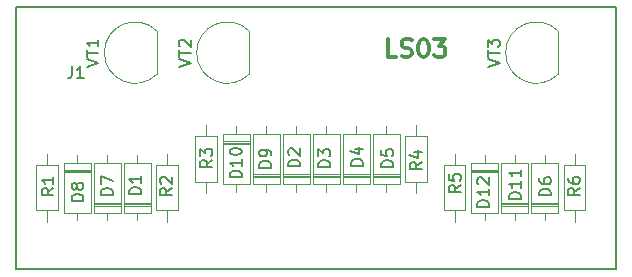
<source format=gbr>
G04 #@! TF.GenerationSoftware,KiCad,Pcbnew,(5.0.0)*
G04 #@! TF.CreationDate,2019-01-17T16:22:04+00:00*
G04 #@! TF.ProjectId,LS03,4C5330332E6B696361645F7063620000,rev?*
G04 #@! TF.SameCoordinates,Original*
G04 #@! TF.FileFunction,Legend,Top*
G04 #@! TF.FilePolarity,Positive*
%FSLAX46Y46*%
G04 Gerber Fmt 4.6, Leading zero omitted, Abs format (unit mm)*
G04 Created by KiCad (PCBNEW (5.0.0)) date 01/17/19 16:22:04*
%MOMM*%
%LPD*%
G01*
G04 APERTURE LIST*
%ADD10C,0.300000*%
%ADD11C,0.120000*%
%ADD12C,0.150000*%
G04 APERTURE END LIST*
D10*
X161770428Y-41064571D02*
X161056142Y-41064571D01*
X161056142Y-39564571D01*
X162199000Y-40993142D02*
X162413285Y-41064571D01*
X162770428Y-41064571D01*
X162913285Y-40993142D01*
X162984714Y-40921714D01*
X163056142Y-40778857D01*
X163056142Y-40636000D01*
X162984714Y-40493142D01*
X162913285Y-40421714D01*
X162770428Y-40350285D01*
X162484714Y-40278857D01*
X162341857Y-40207428D01*
X162270428Y-40136000D01*
X162199000Y-39993142D01*
X162199000Y-39850285D01*
X162270428Y-39707428D01*
X162341857Y-39636000D01*
X162484714Y-39564571D01*
X162841857Y-39564571D01*
X163056142Y-39636000D01*
X163984714Y-39564571D02*
X164127571Y-39564571D01*
X164270428Y-39636000D01*
X164341857Y-39707428D01*
X164413285Y-39850285D01*
X164484714Y-40136000D01*
X164484714Y-40493142D01*
X164413285Y-40778857D01*
X164341857Y-40921714D01*
X164270428Y-40993142D01*
X164127571Y-41064571D01*
X163984714Y-41064571D01*
X163841857Y-40993142D01*
X163770428Y-40921714D01*
X163699000Y-40778857D01*
X163627571Y-40493142D01*
X163627571Y-40136000D01*
X163699000Y-39850285D01*
X163770428Y-39707428D01*
X163841857Y-39636000D01*
X163984714Y-39564571D01*
X164984714Y-39564571D02*
X165913285Y-39564571D01*
X165413285Y-40136000D01*
X165627571Y-40136000D01*
X165770428Y-40207428D01*
X165841857Y-40278857D01*
X165913285Y-40421714D01*
X165913285Y-40778857D01*
X165841857Y-40921714D01*
X165770428Y-40993142D01*
X165627571Y-41064571D01*
X165199000Y-41064571D01*
X165056142Y-40993142D01*
X164984714Y-40921714D01*
D11*
G04 #@! TO.C,D1*
X138707000Y-54253500D02*
X140947000Y-54253500D01*
X140947000Y-54253500D02*
X140947000Y-50013500D01*
X140947000Y-50013500D02*
X138707000Y-50013500D01*
X138707000Y-50013500D02*
X138707000Y-54253500D01*
X139827000Y-54903500D02*
X139827000Y-54253500D01*
X139827000Y-49363500D02*
X139827000Y-50013500D01*
X138707000Y-53533500D02*
X140947000Y-53533500D01*
X138707000Y-53413500D02*
X140947000Y-53413500D01*
X138707000Y-53653500D02*
X140947000Y-53653500D01*
G04 #@! TO.C,D2*
X152169000Y-51240500D02*
X154409000Y-51240500D01*
X152169000Y-51000500D02*
X154409000Y-51000500D01*
X152169000Y-51120500D02*
X154409000Y-51120500D01*
X153289000Y-46950500D02*
X153289000Y-47600500D01*
X153289000Y-52490500D02*
X153289000Y-51840500D01*
X152169000Y-47600500D02*
X152169000Y-51840500D01*
X154409000Y-47600500D02*
X152169000Y-47600500D01*
X154409000Y-51840500D02*
X154409000Y-47600500D01*
X152169000Y-51840500D02*
X154409000Y-51840500D01*
G04 #@! TO.C,D3*
X154709000Y-51840500D02*
X156949000Y-51840500D01*
X156949000Y-51840500D02*
X156949000Y-47600500D01*
X156949000Y-47600500D02*
X154709000Y-47600500D01*
X154709000Y-47600500D02*
X154709000Y-51840500D01*
X155829000Y-52490500D02*
X155829000Y-51840500D01*
X155829000Y-46950500D02*
X155829000Y-47600500D01*
X154709000Y-51120500D02*
X156949000Y-51120500D01*
X154709000Y-51000500D02*
X156949000Y-51000500D01*
X154709000Y-51240500D02*
X156949000Y-51240500D01*
G04 #@! TO.C,D4*
X157249000Y-51240500D02*
X159489000Y-51240500D01*
X157249000Y-51000500D02*
X159489000Y-51000500D01*
X157249000Y-51120500D02*
X159489000Y-51120500D01*
X158369000Y-46950500D02*
X158369000Y-47600500D01*
X158369000Y-52490500D02*
X158369000Y-51840500D01*
X157249000Y-47600500D02*
X157249000Y-51840500D01*
X159489000Y-47600500D02*
X157249000Y-47600500D01*
X159489000Y-51840500D02*
X159489000Y-47600500D01*
X157249000Y-51840500D02*
X159489000Y-51840500D01*
G04 #@! TO.C,D5*
X159789000Y-51240500D02*
X162029000Y-51240500D01*
X159789000Y-51000500D02*
X162029000Y-51000500D01*
X159789000Y-51120500D02*
X162029000Y-51120500D01*
X160909000Y-46950500D02*
X160909000Y-47600500D01*
X160909000Y-52490500D02*
X160909000Y-51840500D01*
X159789000Y-47600500D02*
X159789000Y-51840500D01*
X162029000Y-47600500D02*
X159789000Y-47600500D01*
X162029000Y-51840500D02*
X162029000Y-47600500D01*
X159789000Y-51840500D02*
X162029000Y-51840500D01*
G04 #@! TO.C,D6*
X173188000Y-54253500D02*
X175428000Y-54253500D01*
X175428000Y-54253500D02*
X175428000Y-50013500D01*
X175428000Y-50013500D02*
X173188000Y-50013500D01*
X173188000Y-50013500D02*
X173188000Y-54253500D01*
X174308000Y-54903500D02*
X174308000Y-54253500D01*
X174308000Y-49363500D02*
X174308000Y-50013500D01*
X173188000Y-53533500D02*
X175428000Y-53533500D01*
X173188000Y-53413500D02*
X175428000Y-53413500D01*
X173188000Y-53653500D02*
X175428000Y-53653500D01*
G04 #@! TO.C,D7*
X136167000Y-54253500D02*
X138407000Y-54253500D01*
X138407000Y-54253500D02*
X138407000Y-50013500D01*
X138407000Y-50013500D02*
X136167000Y-50013500D01*
X136167000Y-50013500D02*
X136167000Y-54253500D01*
X137287000Y-54903500D02*
X137287000Y-54253500D01*
X137287000Y-49363500D02*
X137287000Y-50013500D01*
X136167000Y-53533500D02*
X138407000Y-53533500D01*
X136167000Y-53413500D02*
X138407000Y-53413500D01*
X136167000Y-53653500D02*
X138407000Y-53653500D01*
G04 #@! TO.C,D8*
X135867000Y-50613500D02*
X133627000Y-50613500D01*
X135867000Y-50853500D02*
X133627000Y-50853500D01*
X135867000Y-50733500D02*
X133627000Y-50733500D01*
X134747000Y-54903500D02*
X134747000Y-54253500D01*
X134747000Y-49363500D02*
X134747000Y-50013500D01*
X135867000Y-54253500D02*
X135867000Y-50013500D01*
X133627000Y-54253500D02*
X135867000Y-54253500D01*
X133627000Y-50013500D02*
X133627000Y-54253500D01*
X135867000Y-50013500D02*
X133627000Y-50013500D01*
G04 #@! TO.C,D9*
X149629000Y-51840500D02*
X151869000Y-51840500D01*
X151869000Y-51840500D02*
X151869000Y-47600500D01*
X151869000Y-47600500D02*
X149629000Y-47600500D01*
X149629000Y-47600500D02*
X149629000Y-51840500D01*
X150749000Y-52490500D02*
X150749000Y-51840500D01*
X150749000Y-46950500D02*
X150749000Y-47600500D01*
X149629000Y-51120500D02*
X151869000Y-51120500D01*
X149629000Y-51000500D02*
X151869000Y-51000500D01*
X149629000Y-51240500D02*
X151869000Y-51240500D01*
G04 #@! TO.C,D10*
X149329000Y-48200500D02*
X147089000Y-48200500D01*
X149329000Y-48440500D02*
X147089000Y-48440500D01*
X149329000Y-48320500D02*
X147089000Y-48320500D01*
X148209000Y-52490500D02*
X148209000Y-51840500D01*
X148209000Y-46950500D02*
X148209000Y-47600500D01*
X149329000Y-51840500D02*
X149329000Y-47600500D01*
X147089000Y-51840500D02*
X149329000Y-51840500D01*
X147089000Y-47600500D02*
X147089000Y-51840500D01*
X149329000Y-47600500D02*
X147089000Y-47600500D01*
G04 #@! TO.C,D11*
X170648000Y-53653500D02*
X172888000Y-53653500D01*
X170648000Y-53413500D02*
X172888000Y-53413500D01*
X170648000Y-53533500D02*
X172888000Y-53533500D01*
X171768000Y-49363500D02*
X171768000Y-50013500D01*
X171768000Y-54903500D02*
X171768000Y-54253500D01*
X170648000Y-50013500D02*
X170648000Y-54253500D01*
X172888000Y-50013500D02*
X170648000Y-50013500D01*
X172888000Y-54253500D02*
X172888000Y-50013500D01*
X170648000Y-54253500D02*
X172888000Y-54253500D01*
G04 #@! TO.C,D12*
X170348000Y-50013500D02*
X168108000Y-50013500D01*
X168108000Y-50013500D02*
X168108000Y-54253500D01*
X168108000Y-54253500D02*
X170348000Y-54253500D01*
X170348000Y-54253500D02*
X170348000Y-50013500D01*
X169228000Y-49363500D02*
X169228000Y-50013500D01*
X169228000Y-54903500D02*
X169228000Y-54253500D01*
X170348000Y-50733500D02*
X168108000Y-50733500D01*
X170348000Y-50853500D02*
X168108000Y-50853500D01*
X170348000Y-50613500D02*
X168108000Y-50613500D01*
D12*
G04 #@! TO.C,J1*
X129552000Y-36841500D02*
X180352000Y-36841500D01*
X180352000Y-36841500D02*
X180352000Y-59066500D01*
X180352000Y-59066500D02*
X129552000Y-59066500D01*
X129552000Y-59066500D02*
X129552000Y-36841500D01*
D11*
G04 #@! TO.C,R1*
X133127000Y-50213500D02*
X131287000Y-50213500D01*
X131287000Y-50213500D02*
X131287000Y-54053500D01*
X131287000Y-54053500D02*
X133127000Y-54053500D01*
X133127000Y-54053500D02*
X133127000Y-50213500D01*
X132207000Y-49263500D02*
X132207000Y-50213500D01*
X132207000Y-55003500D02*
X132207000Y-54053500D01*
G04 #@! TO.C,R2*
X142367000Y-49263500D02*
X142367000Y-50213500D01*
X142367000Y-55003500D02*
X142367000Y-54053500D01*
X141447000Y-50213500D02*
X141447000Y-54053500D01*
X143287000Y-50213500D02*
X141447000Y-50213500D01*
X143287000Y-54053500D02*
X143287000Y-50213500D01*
X141447000Y-54053500D02*
X143287000Y-54053500D01*
G04 #@! TO.C,R3*
X146589000Y-47800500D02*
X144749000Y-47800500D01*
X144749000Y-47800500D02*
X144749000Y-51640500D01*
X144749000Y-51640500D02*
X146589000Y-51640500D01*
X146589000Y-51640500D02*
X146589000Y-47800500D01*
X145669000Y-46850500D02*
X145669000Y-47800500D01*
X145669000Y-52590500D02*
X145669000Y-51640500D01*
G04 #@! TO.C,R4*
X163449000Y-46850500D02*
X163449000Y-47800500D01*
X163449000Y-52590500D02*
X163449000Y-51640500D01*
X162529000Y-47800500D02*
X162529000Y-51640500D01*
X164369000Y-47800500D02*
X162529000Y-47800500D01*
X164369000Y-51640500D02*
X164369000Y-47800500D01*
X162529000Y-51640500D02*
X164369000Y-51640500D01*
G04 #@! TO.C,R5*
X166688000Y-55003500D02*
X166688000Y-54053500D01*
X166688000Y-49263500D02*
X166688000Y-50213500D01*
X167608000Y-54053500D02*
X167608000Y-50213500D01*
X165768000Y-54053500D02*
X167608000Y-54053500D01*
X165768000Y-50213500D02*
X165768000Y-54053500D01*
X167608000Y-50213500D02*
X165768000Y-50213500D01*
G04 #@! TO.C,R6*
X175928000Y-54053500D02*
X177768000Y-54053500D01*
X177768000Y-54053500D02*
X177768000Y-50213500D01*
X177768000Y-50213500D02*
X175928000Y-50213500D01*
X175928000Y-50213500D02*
X175928000Y-54053500D01*
X176848000Y-55003500D02*
X176848000Y-54053500D01*
X176848000Y-49263500D02*
X176848000Y-50213500D01*
G04 #@! TO.C,VT1*
X141474478Y-38865022D02*
G75*
G03X137036000Y-40703500I-1838478J-1838478D01*
G01*
X141474478Y-42541978D02*
G75*
G02X137036000Y-40703500I-1838478J1838478D01*
G01*
X141486000Y-42503500D02*
X141486000Y-38903500D01*
G04 #@! TO.C,VT2*
X149285478Y-38865022D02*
G75*
G03X144847000Y-40703500I-1838478J-1838478D01*
G01*
X149285478Y-42541978D02*
G75*
G02X144847000Y-40703500I-1838478J1838478D01*
G01*
X149297000Y-42503500D02*
X149297000Y-38903500D01*
G04 #@! TO.C,VT3*
X175459000Y-42503500D02*
X175459000Y-38903500D01*
X175447478Y-42541978D02*
G75*
G02X171009000Y-40703500I-1838478J1838478D01*
G01*
X175447478Y-38865022D02*
G75*
G03X171009000Y-40703500I-1838478J-1838478D01*
G01*
G04 #@! TO.C,D1*
D12*
X140152380Y-52681095D02*
X139152380Y-52681095D01*
X139152380Y-52443000D01*
X139200000Y-52300142D01*
X139295238Y-52204904D01*
X139390476Y-52157285D01*
X139580952Y-52109666D01*
X139723809Y-52109666D01*
X139914285Y-52157285D01*
X140009523Y-52204904D01*
X140104761Y-52300142D01*
X140152380Y-52443000D01*
X140152380Y-52681095D01*
X140152380Y-51157285D02*
X140152380Y-51728714D01*
X140152380Y-51443000D02*
X139152380Y-51443000D01*
X139295238Y-51538238D01*
X139390476Y-51633476D01*
X139438095Y-51728714D01*
G04 #@! TO.C,D2*
X153614380Y-50331595D02*
X152614380Y-50331595D01*
X152614380Y-50093500D01*
X152662000Y-49950642D01*
X152757238Y-49855404D01*
X152852476Y-49807785D01*
X153042952Y-49760166D01*
X153185809Y-49760166D01*
X153376285Y-49807785D01*
X153471523Y-49855404D01*
X153566761Y-49950642D01*
X153614380Y-50093500D01*
X153614380Y-50331595D01*
X152709619Y-49379214D02*
X152662000Y-49331595D01*
X152614380Y-49236357D01*
X152614380Y-48998261D01*
X152662000Y-48903023D01*
X152709619Y-48855404D01*
X152804857Y-48807785D01*
X152900095Y-48807785D01*
X153042952Y-48855404D01*
X153614380Y-49426833D01*
X153614380Y-48807785D01*
G04 #@! TO.C,D3*
X156154380Y-50395095D02*
X155154380Y-50395095D01*
X155154380Y-50157000D01*
X155202000Y-50014142D01*
X155297238Y-49918904D01*
X155392476Y-49871285D01*
X155582952Y-49823666D01*
X155725809Y-49823666D01*
X155916285Y-49871285D01*
X156011523Y-49918904D01*
X156106761Y-50014142D01*
X156154380Y-50157000D01*
X156154380Y-50395095D01*
X155154380Y-49490333D02*
X155154380Y-48871285D01*
X155535333Y-49204619D01*
X155535333Y-49061761D01*
X155582952Y-48966523D01*
X155630571Y-48918904D01*
X155725809Y-48871285D01*
X155963904Y-48871285D01*
X156059142Y-48918904D01*
X156106761Y-48966523D01*
X156154380Y-49061761D01*
X156154380Y-49347476D01*
X156106761Y-49442714D01*
X156059142Y-49490333D01*
G04 #@! TO.C,D4*
X158915379Y-50263596D02*
X157915379Y-50263596D01*
X157915379Y-50025501D01*
X157962999Y-49882643D01*
X158058237Y-49787405D01*
X158153475Y-49739786D01*
X158343951Y-49692167D01*
X158486808Y-49692167D01*
X158677284Y-49739786D01*
X158772522Y-49787405D01*
X158867760Y-49882643D01*
X158915379Y-50025501D01*
X158915379Y-50263596D01*
X158248713Y-48835024D02*
X158915379Y-48835024D01*
X157867760Y-49073120D02*
X158582046Y-49311215D01*
X158582046Y-48692167D01*
G04 #@! TO.C,D5*
X161488380Y-50395095D02*
X160488380Y-50395095D01*
X160488380Y-50157000D01*
X160536000Y-50014142D01*
X160631238Y-49918904D01*
X160726476Y-49871285D01*
X160916952Y-49823666D01*
X161059809Y-49823666D01*
X161250285Y-49871285D01*
X161345523Y-49918904D01*
X161440761Y-50014142D01*
X161488380Y-50157000D01*
X161488380Y-50395095D01*
X160488380Y-48918904D02*
X160488380Y-49395095D01*
X160964571Y-49442714D01*
X160916952Y-49395095D01*
X160869333Y-49299857D01*
X160869333Y-49061761D01*
X160916952Y-48966523D01*
X160964571Y-48918904D01*
X161059809Y-48871285D01*
X161297904Y-48871285D01*
X161393142Y-48918904D01*
X161440761Y-48966523D01*
X161488380Y-49061761D01*
X161488380Y-49299857D01*
X161440761Y-49395095D01*
X161393142Y-49442714D01*
G04 #@! TO.C,D6*
X174854379Y-52785596D02*
X173854379Y-52785596D01*
X173854379Y-52547501D01*
X173901999Y-52404643D01*
X173997237Y-52309405D01*
X174092475Y-52261786D01*
X174282951Y-52214167D01*
X174425808Y-52214167D01*
X174616284Y-52261786D01*
X174711522Y-52309405D01*
X174806760Y-52404643D01*
X174854379Y-52547501D01*
X174854379Y-52785596D01*
X173854379Y-51357024D02*
X173854379Y-51547501D01*
X173901999Y-51642739D01*
X173949618Y-51690358D01*
X174092475Y-51785596D01*
X174282951Y-51833215D01*
X174663903Y-51833215D01*
X174759141Y-51785596D01*
X174806760Y-51737977D01*
X174854379Y-51642739D01*
X174854379Y-51452262D01*
X174806760Y-51357024D01*
X174759141Y-51309405D01*
X174663903Y-51261786D01*
X174425808Y-51261786D01*
X174330570Y-51309405D01*
X174282951Y-51357024D01*
X174235332Y-51452262D01*
X174235332Y-51642739D01*
X174282951Y-51737977D01*
X174330570Y-51785596D01*
X174425808Y-51833215D01*
G04 #@! TO.C,D7*
X137739380Y-52744595D02*
X136739380Y-52744595D01*
X136739380Y-52506500D01*
X136787000Y-52363642D01*
X136882238Y-52268404D01*
X136977476Y-52220785D01*
X137167952Y-52173166D01*
X137310809Y-52173166D01*
X137501285Y-52220785D01*
X137596523Y-52268404D01*
X137691761Y-52363642D01*
X137739380Y-52506500D01*
X137739380Y-52744595D01*
X136739380Y-51839833D02*
X136739380Y-51173166D01*
X137739380Y-51601738D01*
G04 #@! TO.C,D8*
X135262880Y-53252595D02*
X134262880Y-53252595D01*
X134262880Y-53014500D01*
X134310500Y-52871642D01*
X134405738Y-52776404D01*
X134500976Y-52728785D01*
X134691452Y-52681166D01*
X134834309Y-52681166D01*
X135024785Y-52728785D01*
X135120023Y-52776404D01*
X135215261Y-52871642D01*
X135262880Y-53014500D01*
X135262880Y-53252595D01*
X134691452Y-52109738D02*
X134643833Y-52204976D01*
X134596214Y-52252595D01*
X134500976Y-52300214D01*
X134453357Y-52300214D01*
X134358119Y-52252595D01*
X134310500Y-52204976D01*
X134262880Y-52109738D01*
X134262880Y-51919261D01*
X134310500Y-51824023D01*
X134358119Y-51776404D01*
X134453357Y-51728785D01*
X134500976Y-51728785D01*
X134596214Y-51776404D01*
X134643833Y-51824023D01*
X134691452Y-51919261D01*
X134691452Y-52109738D01*
X134739071Y-52204976D01*
X134786690Y-52252595D01*
X134881928Y-52300214D01*
X135072404Y-52300214D01*
X135167642Y-52252595D01*
X135215261Y-52204976D01*
X135262880Y-52109738D01*
X135262880Y-51919261D01*
X135215261Y-51824023D01*
X135167642Y-51776404D01*
X135072404Y-51728785D01*
X134881928Y-51728785D01*
X134786690Y-51776404D01*
X134739071Y-51824023D01*
X134691452Y-51919261D01*
G04 #@! TO.C,D9*
X151158379Y-50436096D02*
X150158379Y-50436096D01*
X150158379Y-50198001D01*
X150205999Y-50055143D01*
X150301237Y-49959905D01*
X150396475Y-49912286D01*
X150586951Y-49864667D01*
X150729808Y-49864667D01*
X150920284Y-49912286D01*
X151015522Y-49959905D01*
X151110760Y-50055143D01*
X151158379Y-50198001D01*
X151158379Y-50436096D01*
X151158379Y-49388477D02*
X151158379Y-49198001D01*
X151110760Y-49102762D01*
X151063141Y-49055143D01*
X150920284Y-48959905D01*
X150729808Y-48912286D01*
X150348856Y-48912286D01*
X150253618Y-48959905D01*
X150205999Y-49007524D01*
X150158379Y-49102762D01*
X150158379Y-49293239D01*
X150205999Y-49388477D01*
X150253618Y-49436096D01*
X150348856Y-49483715D01*
X150586951Y-49483715D01*
X150682189Y-49436096D01*
X150729808Y-49388477D01*
X150777427Y-49293239D01*
X150777427Y-49102762D01*
X150729808Y-49007524D01*
X150682189Y-48959905D01*
X150586951Y-48912286D01*
G04 #@! TO.C,D10*
X148650881Y-51256784D02*
X147650881Y-51256784D01*
X147650881Y-51018689D01*
X147698501Y-50875832D01*
X147793739Y-50780594D01*
X147888977Y-50732975D01*
X148079453Y-50685356D01*
X148222310Y-50685356D01*
X148412786Y-50732975D01*
X148508024Y-50780594D01*
X148603262Y-50875832D01*
X148650881Y-51018689D01*
X148650881Y-51256784D01*
X148650881Y-49732975D02*
X148650881Y-50304403D01*
X148650881Y-50018689D02*
X147650881Y-50018689D01*
X147793739Y-50113927D01*
X147888977Y-50209165D01*
X147936596Y-50304403D01*
X147650881Y-49113927D02*
X147650881Y-49018689D01*
X147698501Y-48923451D01*
X147746120Y-48875832D01*
X147841358Y-48828213D01*
X148031834Y-48780594D01*
X148269929Y-48780594D01*
X148460405Y-48828213D01*
X148555643Y-48875832D01*
X148603262Y-48923451D01*
X148650881Y-49018689D01*
X148650881Y-49113927D01*
X148603262Y-49209165D01*
X148555643Y-49256784D01*
X148460405Y-49304403D01*
X148269929Y-49352022D01*
X148031834Y-49352022D01*
X147841358Y-49304403D01*
X147746120Y-49256784D01*
X147698501Y-49209165D01*
X147650881Y-49113927D01*
G04 #@! TO.C,D11*
X172294379Y-53080286D02*
X171294379Y-53080286D01*
X171294379Y-52842191D01*
X171341999Y-52699334D01*
X171437237Y-52604096D01*
X171532475Y-52556477D01*
X171722951Y-52508858D01*
X171865808Y-52508858D01*
X172056284Y-52556477D01*
X172151522Y-52604096D01*
X172246760Y-52699334D01*
X172294379Y-52842191D01*
X172294379Y-53080286D01*
X172294379Y-51556477D02*
X172294379Y-52127905D01*
X172294379Y-51842191D02*
X171294379Y-51842191D01*
X171437237Y-51937429D01*
X171532475Y-52032667D01*
X171580094Y-52127905D01*
X172294379Y-50604096D02*
X172294379Y-51175524D01*
X172294379Y-50889810D02*
X171294379Y-50889810D01*
X171437237Y-50985048D01*
X171532475Y-51080286D01*
X171580094Y-51175524D01*
G04 #@! TO.C,D12*
X169606381Y-53751284D02*
X168606381Y-53751284D01*
X168606381Y-53513189D01*
X168654001Y-53370332D01*
X168749239Y-53275094D01*
X168844477Y-53227475D01*
X169034953Y-53179856D01*
X169177810Y-53179856D01*
X169368286Y-53227475D01*
X169463524Y-53275094D01*
X169558762Y-53370332D01*
X169606381Y-53513189D01*
X169606381Y-53751284D01*
X169606381Y-52227475D02*
X169606381Y-52798903D01*
X169606381Y-52513189D02*
X168606381Y-52513189D01*
X168749239Y-52608427D01*
X168844477Y-52703665D01*
X168892096Y-52798903D01*
X168701620Y-51846522D02*
X168654001Y-51798903D01*
X168606381Y-51703665D01*
X168606381Y-51465570D01*
X168654001Y-51370332D01*
X168701620Y-51322713D01*
X168796858Y-51275094D01*
X168892096Y-51275094D01*
X169034953Y-51322713D01*
X169606381Y-51894141D01*
X169606381Y-51275094D01*
G04 #@! TO.C,J1*
X134298666Y-41873880D02*
X134298666Y-42588166D01*
X134251047Y-42731023D01*
X134155809Y-42826261D01*
X134012952Y-42873880D01*
X133917714Y-42873880D01*
X135298666Y-42873880D02*
X134727238Y-42873880D01*
X135012952Y-42873880D02*
X135012952Y-41873880D01*
X134917714Y-42016738D01*
X134822476Y-42111976D01*
X134727238Y-42159595D01*
G04 #@! TO.C,R1*
X132722880Y-52173166D02*
X132246690Y-52506500D01*
X132722880Y-52744595D02*
X131722880Y-52744595D01*
X131722880Y-52363642D01*
X131770500Y-52268404D01*
X131818119Y-52220785D01*
X131913357Y-52173166D01*
X132056214Y-52173166D01*
X132151452Y-52220785D01*
X132199071Y-52268404D01*
X132246690Y-52363642D01*
X132246690Y-52744595D01*
X132722880Y-51220785D02*
X132722880Y-51792214D01*
X132722880Y-51506500D02*
X131722880Y-51506500D01*
X131865738Y-51601738D01*
X131960976Y-51696976D01*
X132008595Y-51792214D01*
G04 #@! TO.C,R2*
X142755880Y-52173166D02*
X142279690Y-52506500D01*
X142755880Y-52744595D02*
X141755880Y-52744595D01*
X141755880Y-52363642D01*
X141803500Y-52268404D01*
X141851119Y-52220785D01*
X141946357Y-52173166D01*
X142089214Y-52173166D01*
X142184452Y-52220785D01*
X142232071Y-52268404D01*
X142279690Y-52363642D01*
X142279690Y-52744595D01*
X141851119Y-51792214D02*
X141803500Y-51744595D01*
X141755880Y-51649357D01*
X141755880Y-51411261D01*
X141803500Y-51316023D01*
X141851119Y-51268404D01*
X141946357Y-51220785D01*
X142041595Y-51220785D01*
X142184452Y-51268404D01*
X142755880Y-51839833D01*
X142755880Y-51220785D01*
G04 #@! TO.C,R3*
X146164381Y-49791665D02*
X145688191Y-50124999D01*
X146164381Y-50363094D02*
X145164381Y-50363094D01*
X145164381Y-49982141D01*
X145212001Y-49886903D01*
X145259620Y-49839284D01*
X145354858Y-49791665D01*
X145497715Y-49791665D01*
X145592953Y-49839284D01*
X145640572Y-49886903D01*
X145688191Y-49982141D01*
X145688191Y-50363094D01*
X145164381Y-49458332D02*
X145164381Y-48839284D01*
X145545334Y-49172618D01*
X145545334Y-49029760D01*
X145592953Y-48934522D01*
X145640572Y-48886903D01*
X145735810Y-48839284D01*
X145973905Y-48839284D01*
X146069143Y-48886903D01*
X146116762Y-48934522D01*
X146164381Y-49029760D01*
X146164381Y-49315475D01*
X146116762Y-49410713D01*
X146069143Y-49458332D01*
G04 #@! TO.C,R4*
X163911879Y-49982667D02*
X163435689Y-50316001D01*
X163911879Y-50554096D02*
X162911879Y-50554096D01*
X162911879Y-50173143D01*
X162959499Y-50077905D01*
X163007118Y-50030286D01*
X163102356Y-49982667D01*
X163245213Y-49982667D01*
X163340451Y-50030286D01*
X163388070Y-50077905D01*
X163435689Y-50173143D01*
X163435689Y-50554096D01*
X163245213Y-49125524D02*
X163911879Y-49125524D01*
X162864260Y-49363620D02*
X163578546Y-49601715D01*
X163578546Y-48982667D01*
G04 #@! TO.C,R5*
X167203880Y-51919166D02*
X166727690Y-52252500D01*
X167203880Y-52490595D02*
X166203880Y-52490595D01*
X166203880Y-52109642D01*
X166251500Y-52014404D01*
X166299119Y-51966785D01*
X166394357Y-51919166D01*
X166537214Y-51919166D01*
X166632452Y-51966785D01*
X166680071Y-52014404D01*
X166727690Y-52109642D01*
X166727690Y-52490595D01*
X166203880Y-51014404D02*
X166203880Y-51490595D01*
X166680071Y-51538214D01*
X166632452Y-51490595D01*
X166584833Y-51395357D01*
X166584833Y-51157261D01*
X166632452Y-51062023D01*
X166680071Y-51014404D01*
X166775309Y-50966785D01*
X167013404Y-50966785D01*
X167108642Y-51014404D01*
X167156261Y-51062023D01*
X167203880Y-51157261D01*
X167203880Y-51395357D01*
X167156261Y-51490595D01*
X167108642Y-51538214D01*
G04 #@! TO.C,R6*
X177300380Y-52173166D02*
X176824190Y-52506500D01*
X177300380Y-52744595D02*
X176300380Y-52744595D01*
X176300380Y-52363642D01*
X176348000Y-52268404D01*
X176395619Y-52220785D01*
X176490857Y-52173166D01*
X176633714Y-52173166D01*
X176728952Y-52220785D01*
X176776571Y-52268404D01*
X176824190Y-52363642D01*
X176824190Y-52744595D01*
X176300380Y-51316023D02*
X176300380Y-51506500D01*
X176348000Y-51601738D01*
X176395619Y-51649357D01*
X176538476Y-51744595D01*
X176728952Y-51792214D01*
X177109904Y-51792214D01*
X177205142Y-51744595D01*
X177252761Y-51696976D01*
X177300380Y-51601738D01*
X177300380Y-51411261D01*
X177252761Y-51316023D01*
X177205142Y-51268404D01*
X177109904Y-51220785D01*
X176871809Y-51220785D01*
X176776571Y-51268404D01*
X176728952Y-51316023D01*
X176681333Y-51411261D01*
X176681333Y-51601738D01*
X176728952Y-51696976D01*
X176776571Y-51744595D01*
X176871809Y-51792214D01*
G04 #@! TO.C,VT1*
X135528380Y-41893976D02*
X136528380Y-41560642D01*
X135528380Y-41227309D01*
X135528380Y-41036833D02*
X135528380Y-40465404D01*
X136528380Y-40751119D02*
X135528380Y-40751119D01*
X136528380Y-39608261D02*
X136528380Y-40179690D01*
X136528380Y-39893976D02*
X135528380Y-39893976D01*
X135671238Y-39989214D01*
X135766476Y-40084452D01*
X135814095Y-40179690D01*
G04 #@! TO.C,VT2*
X143339380Y-41893976D02*
X144339380Y-41560642D01*
X143339380Y-41227309D01*
X143339380Y-41036833D02*
X143339380Y-40465404D01*
X144339380Y-40751119D02*
X143339380Y-40751119D01*
X143434619Y-40179690D02*
X143387000Y-40132071D01*
X143339380Y-40036833D01*
X143339380Y-39798738D01*
X143387000Y-39703500D01*
X143434619Y-39655880D01*
X143529857Y-39608261D01*
X143625095Y-39608261D01*
X143767952Y-39655880D01*
X144339380Y-40227309D01*
X144339380Y-39608261D01*
G04 #@! TO.C,VT3*
X169501380Y-41893976D02*
X170501380Y-41560642D01*
X169501380Y-41227309D01*
X169501380Y-41036833D02*
X169501380Y-40465404D01*
X170501380Y-40751119D02*
X169501380Y-40751119D01*
X169501380Y-40227309D02*
X169501380Y-39608261D01*
X169882333Y-39941595D01*
X169882333Y-39798738D01*
X169929952Y-39703500D01*
X169977571Y-39655880D01*
X170072809Y-39608261D01*
X170310904Y-39608261D01*
X170406142Y-39655880D01*
X170453761Y-39703500D01*
X170501380Y-39798738D01*
X170501380Y-40084452D01*
X170453761Y-40179690D01*
X170406142Y-40227309D01*
G04 #@! TD*
M02*

</source>
